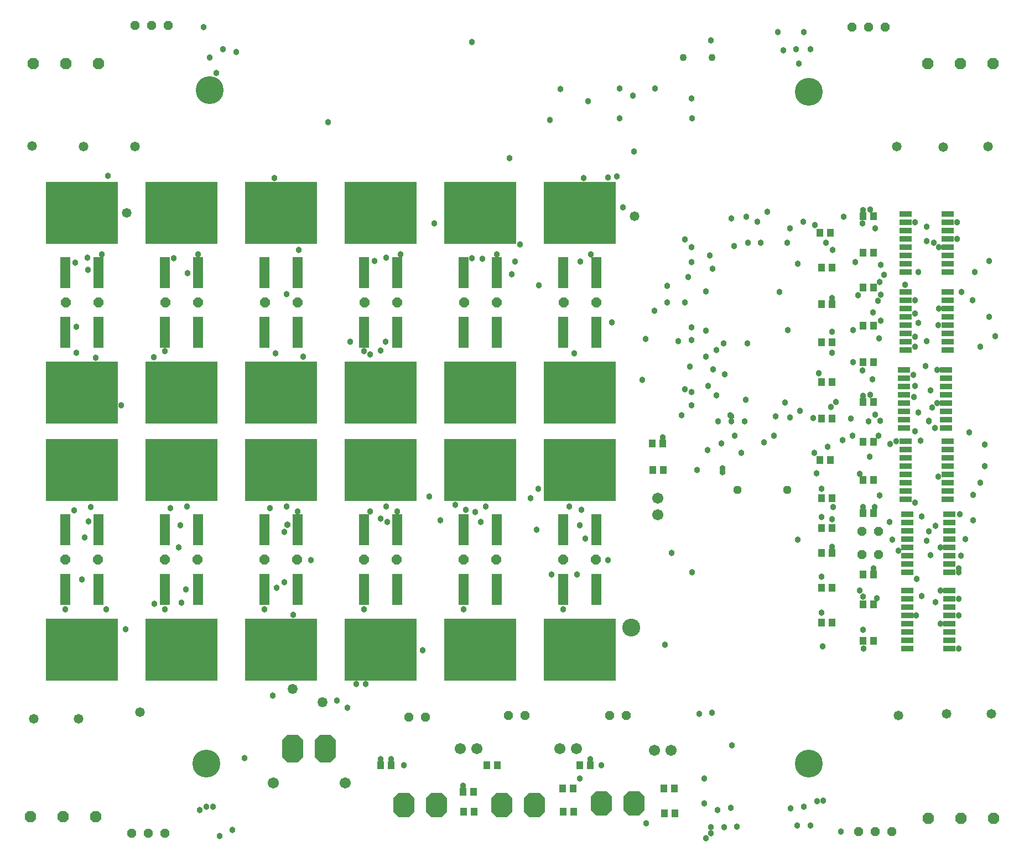
<source format=gbs>
G04 Layer_Color=16711935*
%FSAX25Y25*%
%MOIN*%
G70*
G01*
G75*
%ADD59R,0.03900X0.04600*%
%ADD69P,0.06065X8X202.5*%
%ADD70C,0.06706*%
%ADD71P,0.05737X8X202.5*%
%ADD72P,0.06278X8X177.5*%
G04:AMPARAMS|DCode=73|XSize=126.11mil|YSize=165.48mil|CornerRadius=0mil|HoleSize=0mil|Usage=FLASHONLY|Rotation=180.000|XOffset=0mil|YOffset=0mil|HoleType=Round|Shape=Octagon|*
%AMOCTAGOND73*
4,1,8,0.03153,-0.08274,-0.03153,-0.08274,-0.06306,-0.05121,-0.06306,0.05121,-0.03153,0.08274,0.03153,0.08274,0.06306,0.05121,0.06306,-0.05121,0.03153,-0.08274,0.0*
%
%ADD73OCTAGOND73*%

%ADD74P,0.05127X8X202.5*%
%ADD75C,0.04343*%
%ADD76P,0.06278X8X22.5*%
%ADD77P,0.07258X8X22.5*%
G04:AMPARAMS|DCode=78|XSize=126.11mil|YSize=145.79mil|CornerRadius=0mil|HoleSize=0mil|Usage=FLASHONLY|Rotation=0.000|XOffset=0mil|YOffset=0mil|HoleType=Round|Shape=Octagon|*
%AMOCTAGOND78*
4,1,8,-0.03153,0.07290,0.03153,0.07290,0.06306,0.04137,0.06306,-0.04137,0.03153,-0.07290,-0.03153,-0.07290,-0.06306,-0.04137,-0.06306,0.04137,-0.03153,0.07290,0.0*
%
%ADD78OCTAGOND78*%

%ADD79C,0.03800*%
%ADD80C,0.05800*%
%ADD81C,0.10800*%
%ADD82C,0.16800*%
%ADD83R,0.07808X0.03635*%
%ADD84R,0.06115X0.18910*%
%ADD85R,0.43320X0.37808*%
D59*
X0491300Y0325000D02*
D03*
X0485000D02*
D03*
X0484700Y0341000D02*
D03*
X0491000D02*
D03*
X0370700Y0131000D02*
D03*
X0377000D02*
D03*
X0377300Y0119000D02*
D03*
X0371000D02*
D03*
X0430700Y0133000D02*
D03*
X0437000D02*
D03*
X0437300Y0119000D02*
D03*
X0431000D02*
D03*
X0491700Y0133000D02*
D03*
X0498000D02*
D03*
X0498300Y0118000D02*
D03*
X0492000D02*
D03*
X0593000Y0447000D02*
D03*
X0586700D02*
D03*
X0618000Y0299000D02*
D03*
X0611700D02*
D03*
X0592000Y0468000D02*
D03*
X0585700D02*
D03*
X0618000Y0478000D02*
D03*
X0611700D02*
D03*
X0592000Y0331000D02*
D03*
X0585700D02*
D03*
X0618000Y0342000D02*
D03*
X0611700D02*
D03*
X0593000Y0308000D02*
D03*
X0586700D02*
D03*
X0618000Y0319000D02*
D03*
X0611700D02*
D03*
X0618000Y0456000D02*
D03*
X0611700D02*
D03*
X0593000Y0425000D02*
D03*
X0586700D02*
D03*
X0618000Y0435000D02*
D03*
X0611700D02*
D03*
X0593000Y0290000D02*
D03*
X0586700D02*
D03*
X0593000Y0402000D02*
D03*
X0586700D02*
D03*
X0618000Y0412000D02*
D03*
X0611700D02*
D03*
X0618000Y0262000D02*
D03*
X0611700D02*
D03*
X0593000Y0275000D02*
D03*
X0586700D02*
D03*
X0618000Y0244000D02*
D03*
X0611700D02*
D03*
X0593000Y0254000D02*
D03*
X0586700D02*
D03*
X0593000Y0378000D02*
D03*
X0586700D02*
D03*
X0618000Y0390000D02*
D03*
X0611700D02*
D03*
X0593000Y0356000D02*
D03*
X0586700D02*
D03*
X0618000Y0366000D02*
D03*
X0611700D02*
D03*
X0618000Y0222000D02*
D03*
X0611700D02*
D03*
X0593000Y0233000D02*
D03*
X0586700D02*
D03*
X0321000Y0147000D02*
D03*
X0327300D02*
D03*
X0385000D02*
D03*
X0391300D02*
D03*
X0441000D02*
D03*
X0447300D02*
D03*
D69*
X0621000Y0288000D02*
D03*
X0611000D02*
D03*
X0621000Y0274000D02*
D03*
X0611000D02*
D03*
X0193000Y0593000D02*
D03*
X0183000D02*
D03*
X0173000D02*
D03*
X0605000Y0592000D02*
D03*
X0615000D02*
D03*
X0625000D02*
D03*
X0191000Y0106000D02*
D03*
X0181000D02*
D03*
X0171000D02*
D03*
X0609000Y0107000D02*
D03*
X0619000D02*
D03*
X0629000D02*
D03*
D70*
X0488000Y0308000D02*
D03*
Y0298000D02*
D03*
X0379000Y0157000D02*
D03*
X0369000D02*
D03*
X0439000D02*
D03*
X0429000D02*
D03*
X0496000Y0156000D02*
D03*
X0486000D02*
D03*
X0299654Y0136528D02*
D03*
X0256346D02*
D03*
D71*
X0338157Y0176000D02*
D03*
X0348000D02*
D03*
X0408000Y0177000D02*
D03*
X0398157D02*
D03*
X0459157D02*
D03*
X0469000D02*
D03*
D72*
X0286000Y0185000D02*
D03*
X0268159Y0193319D02*
D03*
D73*
X0268157Y0157000D02*
D03*
X0287843D02*
D03*
D74*
X0536000Y0313000D02*
D03*
X0565921D02*
D03*
D75*
X0520661Y0573980D02*
D03*
X0503339D02*
D03*
D76*
X0330685Y0271000D02*
D03*
X0311000D02*
D03*
X0390685D02*
D03*
X0371000D02*
D03*
X0450685D02*
D03*
X0431000D02*
D03*
X0311315Y0426000D02*
D03*
X0331000D02*
D03*
X0371315D02*
D03*
X0391000D02*
D03*
X0431315D02*
D03*
X0451000D02*
D03*
X0150685Y0271000D02*
D03*
X0131000D02*
D03*
X0210685D02*
D03*
X0191000D02*
D03*
X0270685D02*
D03*
X0251000D02*
D03*
X0131315Y0426000D02*
D03*
X0151000D02*
D03*
X0191315D02*
D03*
X0211000D02*
D03*
X0251315D02*
D03*
X0271000D02*
D03*
D77*
X0651000Y0115000D02*
D03*
X0670685D02*
D03*
X0690370D02*
D03*
X0110000Y0116000D02*
D03*
X0129685D02*
D03*
X0149370D02*
D03*
X0111630Y0570000D02*
D03*
X0131315D02*
D03*
X0151000D02*
D03*
X0650630D02*
D03*
X0670315D02*
D03*
X0690000D02*
D03*
D78*
X0354685Y0123000D02*
D03*
X0335000D02*
D03*
X0413685D02*
D03*
X0394000D02*
D03*
X0473685Y0124000D02*
D03*
X0454000D02*
D03*
D79*
X0239000Y0151600D02*
D03*
X0156600Y0502400D02*
D03*
X0631800Y0342567D02*
D03*
X0263000Y0287700D02*
D03*
X0300900Y0181900D02*
D03*
X0294600Y0186000D02*
D03*
X0268300Y0237800D02*
D03*
X0621700Y0309800D02*
D03*
X0460200Y0414200D02*
D03*
X0402106Y0450700D02*
D03*
X0204735Y0443900D02*
D03*
X0144735Y0445900D02*
D03*
X0149400Y0392800D02*
D03*
X0145100Y0294000D02*
D03*
X0200200Y0291700D02*
D03*
X0441400Y0450700D02*
D03*
X0442000Y0301300D02*
D03*
X0265000Y0292000D02*
D03*
X0321000Y0295900D02*
D03*
X0654300Y0462100D02*
D03*
X0657300Y0422600D02*
D03*
X0617596Y0420200D02*
D03*
X0682200Y0317567D02*
D03*
X0652300Y0373200D02*
D03*
X0611200Y0385000D02*
D03*
X0656300Y0365600D02*
D03*
X0655000Y0350400D02*
D03*
X0615100Y0354600D02*
D03*
X0645000Y0359900D02*
D03*
X0657167Y0412567D02*
D03*
X0691300Y0405900D02*
D03*
X0655300Y0291600D02*
D03*
X0595400Y0366000D02*
D03*
X0650100Y0282500D02*
D03*
X0590399Y0339100D02*
D03*
X0593000Y0408600D02*
D03*
X0642900Y0405600D02*
D03*
X0620000Y0247900D02*
D03*
X0643800Y0237567D02*
D03*
X0593000Y0428900D02*
D03*
X0642900Y0419500D02*
D03*
X0554100Y0480900D02*
D03*
X0446000Y0547600D02*
D03*
X0548100Y0474700D02*
D03*
X0486500Y0555000D02*
D03*
X0493700Y0436000D02*
D03*
X0523200Y0397500D02*
D03*
X0264300Y0431100D02*
D03*
X0191000Y0396900D02*
D03*
X0137700Y0395700D02*
D03*
X0204300Y0303100D02*
D03*
X0447700Y0455300D02*
D03*
X0391000Y0455100D02*
D03*
X0333000D02*
D03*
X0621000Y0345900D02*
D03*
X0214200Y0592100D02*
D03*
X0628000Y0340700D02*
D03*
X0218134Y0573700D02*
D03*
X0507400Y0387622D02*
D03*
X0222071Y0564329D02*
D03*
X0528200Y0382800D02*
D03*
X0226000Y0578800D02*
D03*
X0533907Y0460000D02*
D03*
X0231803Y0108100D02*
D03*
X0481000Y0112200D02*
D03*
X0572500Y0449437D02*
D03*
X0575700Y0474900D02*
D03*
X0582700Y0472700D02*
D03*
X0516900Y0103100D02*
D03*
X0223929Y0104600D02*
D03*
X0220000Y0122200D02*
D03*
X0532700Y0159300D02*
D03*
X0589488Y0462000D02*
D03*
X0500200Y0402800D02*
D03*
X0274400Y0393500D02*
D03*
X0478600Y0379600D02*
D03*
X0566200Y0409400D02*
D03*
X0289500Y0534900D02*
D03*
X0184200Y0393300D02*
D03*
X0605800Y0390000D02*
D03*
X0258200Y0254300D02*
D03*
X0609700Y0252400D02*
D03*
X0611700Y0248800D02*
D03*
X0199500Y0278400D02*
D03*
X0586700Y0239200D02*
D03*
X0141000Y0259100D02*
D03*
X0611700Y0228800D02*
D03*
X0142806Y0284500D02*
D03*
X0611700Y0481900D02*
D03*
X0400100Y0443200D02*
D03*
X0416200Y0436500D02*
D03*
X0480800Y0404200D02*
D03*
X0321000Y0397300D02*
D03*
X0593600Y0302900D02*
D03*
X0415000Y0289000D02*
D03*
X0346400Y0216500D02*
D03*
X0312000Y0196100D02*
D03*
X0350300Y0309000D02*
D03*
X0586700Y0296900D02*
D03*
X0508412Y0459483D02*
D03*
X0563600Y0578300D02*
D03*
X0571500Y0578800D02*
D03*
X0508400Y0450600D02*
D03*
X0587803Y0125797D02*
D03*
X0608600Y0430500D02*
D03*
X0611500Y0473800D02*
D03*
X0579929Y0110900D02*
D03*
X0617500Y0379800D02*
D03*
X0508430Y0403430D02*
D03*
X0508400Y0364000D02*
D03*
X0511700Y0325200D02*
D03*
X0535800Y0110000D02*
D03*
X0531866Y0121334D02*
D03*
X0542100Y0401400D02*
D03*
X0642900Y0348567D02*
D03*
Y0305567D02*
D03*
X0647000Y0297300D02*
D03*
Y0249100D02*
D03*
X0376000Y0452824D02*
D03*
X0314800Y0394800D02*
D03*
X0196300Y0452700D02*
D03*
X0643882Y0259567D02*
D03*
X0587400Y0218700D02*
D03*
X0378000Y0299954D02*
D03*
X0434600Y0303000D02*
D03*
X0194460Y0302000D02*
D03*
X0254500D02*
D03*
X0306500Y0196100D02*
D03*
X0255900Y0189200D02*
D03*
X0520055Y0106000D02*
D03*
X0572100Y0110900D02*
D03*
X0575900Y0589100D02*
D03*
X0519904Y0584000D02*
D03*
X0532400Y0476800D02*
D03*
X0567835Y0470882D02*
D03*
X0502197Y0358063D02*
D03*
X0473800Y0517300D02*
D03*
X0521237Y0385717D02*
D03*
X0508354Y0411244D02*
D03*
X0669300Y0265900D02*
D03*
X0678000Y0294667D02*
D03*
X0616100Y0482200D02*
D03*
X0622500Y0415200D02*
D03*
X0646300Y0342800D02*
D03*
X0675800Y0347800D02*
D03*
X0429300Y0554900D02*
D03*
X0472882Y0550918D02*
D03*
X0650100Y0471800D02*
D03*
X0521100Y0446600D02*
D03*
X0517076Y0409276D02*
D03*
X0504200Y0426000D02*
D03*
X0619000Y0358600D02*
D03*
X0599299Y0343000D02*
D03*
X0658300Y0252567D02*
D03*
X0531807Y0358094D02*
D03*
X0532402Y0357500D02*
D03*
X0567700Y0356700D02*
D03*
X0581646Y0356583D02*
D03*
X0645100Y0413700D02*
D03*
X0465008Y0537200D02*
D03*
X0463200Y0502200D02*
D03*
X0650100Y0402700D02*
D03*
X0518000Y0337141D02*
D03*
X0513000Y0178300D02*
D03*
X0524500Y0354600D02*
D03*
X0526496Y0341096D02*
D03*
X0520700Y0178700D02*
D03*
X0541200Y0477900D02*
D03*
X0621600Y0438600D02*
D03*
X0620562Y0427000D02*
D03*
X0457900Y0501600D02*
D03*
X0621200Y0404600D02*
D03*
X0398800Y0513000D02*
D03*
X0593000Y0395900D02*
D03*
X0605800Y0409500D02*
D03*
X0687600Y0451300D02*
D03*
X0561200Y0432400D02*
D03*
X0519200Y0454600D02*
D03*
X0670677Y0273567D02*
D03*
X0642400Y0369200D02*
D03*
X0504200Y0373800D02*
D03*
X0508400Y0372000D02*
D03*
X0642900Y0375900D02*
D03*
X0673267Y0283600D02*
D03*
X0657400Y0459567D02*
D03*
X0605200Y0345900D02*
D03*
X0649400Y0387800D02*
D03*
X0668300Y0464600D02*
D03*
X0649900Y0463200D02*
D03*
X0622500Y0430900D02*
D03*
X0685100Y0340400D02*
D03*
X0669300Y0237567D02*
D03*
X0466900Y0483600D02*
D03*
X0565900Y0462000D02*
D03*
X0593425Y0457842D02*
D03*
X0619016Y0470724D02*
D03*
X0137014Y0450200D02*
D03*
X0458000Y0270685D02*
D03*
X0302700Y0402400D02*
D03*
X0324000D02*
D03*
X0541039Y0367400D02*
D03*
X0685100Y0327567D02*
D03*
X0506200Y0441400D02*
D03*
X0508182Y0549082D02*
D03*
X0600100Y0477700D02*
D03*
X0669300Y0217500D02*
D03*
X0493662Y0426157D02*
D03*
X0517079Y0432898D02*
D03*
X0353300Y0473900D02*
D03*
X0486100Y0421300D02*
D03*
X0271800Y0457700D02*
D03*
X0257700Y0395600D02*
D03*
X0687600Y0417567D02*
D03*
X0653500Y0362700D02*
D03*
X0609800Y0322900D02*
D03*
X0411200Y0308300D02*
D03*
X0257000Y0501000D02*
D03*
X0585000Y0383600D02*
D03*
X0658300Y0278600D02*
D03*
X0572200Y0283200D02*
D03*
X0518243Y0375843D02*
D03*
X0211000Y0455100D02*
D03*
X0604400Y0356000D02*
D03*
X0598300Y0107000D02*
D03*
X0527900Y0109800D02*
D03*
X0526900Y0323800D02*
D03*
X0532400Y0357600D02*
D03*
Y0354600D02*
D03*
X0526900Y0326300D02*
D03*
X0641882Y0382567D02*
D03*
X0642882Y0399567D02*
D03*
X0656900Y0321000D02*
D03*
X0423000Y0536300D02*
D03*
X0517100Y0393500D02*
D03*
X0527700Y0401402D02*
D03*
X0618800Y0302900D02*
D03*
X0627800Y0293900D02*
D03*
X0651500Y0288167D02*
D03*
X0593000Y0295600D02*
D03*
X0652400Y0273700D02*
D03*
X0618000Y0265900D02*
D03*
X0616000Y0370500D02*
D03*
X0629300Y0283000D02*
D03*
X0582500Y0335500D02*
D03*
X0538300D02*
D03*
X0651500Y0354900D02*
D03*
X0622100D02*
D03*
X0615600Y0333200D02*
D03*
X0624500Y0442700D02*
D03*
X0679000Y0444567D02*
D03*
X0668300Y0474600D02*
D03*
X0592394Y0363094D02*
D03*
X0573071Y0570000D02*
D03*
X0508800Y0537300D02*
D03*
X0637100Y0436835D02*
D03*
X0441000Y0139000D02*
D03*
X0611700Y0302900D02*
D03*
X0356900Y0294900D02*
D03*
X0381446Y0293900D02*
D03*
X0325000D02*
D03*
X0611867Y0217567D02*
D03*
X0573700Y0360700D02*
D03*
X0642900Y0427567D02*
D03*
X0644900Y0444600D02*
D03*
X0642900Y0474567D02*
D03*
X0324300Y0453100D02*
D03*
X0311000Y0396900D02*
D03*
X0382300Y0452400D02*
D03*
X0437700Y0395600D02*
D03*
X0366000Y0304200D02*
D03*
X0586700Y0313900D02*
D03*
X0632900Y0276600D02*
D03*
X0593000Y0278800D02*
D03*
X0651500Y0354400D02*
D03*
X0611700Y0369900D02*
D03*
X0137700Y0411461D02*
D03*
X0656300Y0385567D02*
D03*
X0153000Y0455100D02*
D03*
X0144300Y0453100D02*
D03*
X0264700Y0292000D02*
D03*
X0184600Y0244400D02*
D03*
X0203700Y0253000D02*
D03*
X0439300Y0262100D02*
D03*
X0424000D02*
D03*
X0167500Y0229300D02*
D03*
X0155800Y0241000D02*
D03*
X0622400Y0448700D02*
D03*
X0579882Y0578800D02*
D03*
X0443400Y0501200D02*
D03*
X0523200Y0370000D02*
D03*
X0583866Y0125493D02*
D03*
X0607000Y0450400D02*
D03*
X0524117Y0120083D02*
D03*
X0552100Y0341700D02*
D03*
X0658300Y0232600D02*
D03*
X0678000Y0310100D02*
D03*
X0655500Y0245400D02*
D03*
X0508740Y0263646D02*
D03*
X0520055Y0109900D02*
D03*
X0564800Y0365900D02*
D03*
X0164600Y0364000D02*
D03*
X0516118Y0139000D02*
D03*
X0568118Y0121100D02*
D03*
X0464900Y0555000D02*
D03*
X0550100Y0462000D02*
D03*
X0233882Y0577000D02*
D03*
X0542200Y0462000D02*
D03*
X0376100Y0583200D02*
D03*
X0216055Y0122100D02*
D03*
X0583700Y0323000D02*
D03*
X0416000Y0313900D02*
D03*
X0317400Y0451100D02*
D03*
X0405040Y0461100D02*
D03*
X0491000Y0344900D02*
D03*
X0279000Y0270685D02*
D03*
X0540300Y0354600D02*
D03*
X0575992Y0122100D02*
D03*
X0504200Y0464000D02*
D03*
X0560200Y0589100D02*
D03*
X0441000Y0291900D02*
D03*
X0314800Y0300200D02*
D03*
X0372300Y0301300D02*
D03*
X0444300Y0283700D02*
D03*
X0201000Y0245000D02*
D03*
X0586700Y0260800D02*
D03*
X0492300Y0219900D02*
D03*
X0263000Y0257500D02*
D03*
X0496500Y0275000D02*
D03*
X0532402Y0354583D02*
D03*
X0558900Y0357600D02*
D03*
X0670000Y0298567D02*
D03*
X0670858Y0432567D02*
D03*
X0682200Y0399600D02*
D03*
X0677800Y0427567D02*
D03*
X0669300Y0263567D02*
D03*
Y0247567D02*
D03*
X0136314Y0300900D02*
D03*
X0324300Y0303100D02*
D03*
X0331000Y0300100D02*
D03*
X0384300Y0303100D02*
D03*
X0534370Y0345900D02*
D03*
X0557992D02*
D03*
X0431000Y0241228D02*
D03*
X0131000Y0241000D02*
D03*
X0191000D02*
D03*
X0251000D02*
D03*
X0311000D02*
D03*
X0371000D02*
D03*
X0370700Y0134900D02*
D03*
X0447300Y0150900D02*
D03*
X0327300D02*
D03*
X0146300Y0302800D02*
D03*
X0271000Y0300100D02*
D03*
X0264300Y0303100D02*
D03*
X0335000Y0147000D02*
D03*
X0454000D02*
D03*
X0516118Y0124000D02*
D03*
X0321000Y0150900D02*
D03*
X0212100Y0120200D02*
D03*
D80*
X0168000Y0480000D02*
D03*
X0662000Y0178000D02*
D03*
X0633000Y0177000D02*
D03*
X0112000Y0175000D02*
D03*
X0139000D02*
D03*
X0176000Y0179000D02*
D03*
X0173000Y0520000D02*
D03*
X0142000D02*
D03*
X0111000Y0520528D02*
D03*
X0660000Y0519795D02*
D03*
X0687000Y0520028D02*
D03*
X0632000Y0520000D02*
D03*
X0474000Y0478000D02*
D03*
X0689000Y0178000D02*
D03*
D81*
X0472000Y0230000D02*
D03*
D82*
X0579000Y0148000D02*
D03*
X0216000D02*
D03*
X0579000Y0553000D02*
D03*
X0218000Y0554000D02*
D03*
D83*
X0663811Y0217567D02*
D03*
Y0222567D02*
D03*
Y0227567D02*
D03*
Y0232567D02*
D03*
Y0237567D02*
D03*
Y0242567D02*
D03*
Y0247567D02*
D03*
Y0252567D02*
D03*
X0638378D02*
D03*
Y0247567D02*
D03*
Y0242567D02*
D03*
Y0237567D02*
D03*
Y0232567D02*
D03*
Y0227567D02*
D03*
Y0222567D02*
D03*
Y0217567D02*
D03*
X0663811Y0263567D02*
D03*
Y0268567D02*
D03*
Y0273567D02*
D03*
Y0278567D02*
D03*
Y0283567D02*
D03*
Y0288567D02*
D03*
Y0293567D02*
D03*
Y0298567D02*
D03*
X0638378D02*
D03*
Y0293567D02*
D03*
Y0288567D02*
D03*
Y0283567D02*
D03*
Y0278567D02*
D03*
Y0273567D02*
D03*
Y0268567D02*
D03*
Y0263567D02*
D03*
X0662811Y0307567D02*
D03*
Y0312567D02*
D03*
Y0317567D02*
D03*
Y0322567D02*
D03*
Y0327567D02*
D03*
Y0332567D02*
D03*
Y0337567D02*
D03*
Y0342567D02*
D03*
X0637378D02*
D03*
Y0337567D02*
D03*
Y0332567D02*
D03*
Y0327567D02*
D03*
Y0322567D02*
D03*
Y0317567D02*
D03*
Y0312567D02*
D03*
Y0307567D02*
D03*
X0662811Y0444567D02*
D03*
Y0449567D02*
D03*
Y0454567D02*
D03*
Y0459567D02*
D03*
Y0464567D02*
D03*
Y0469567D02*
D03*
Y0474567D02*
D03*
Y0479567D02*
D03*
X0637378D02*
D03*
Y0474567D02*
D03*
Y0469567D02*
D03*
Y0464567D02*
D03*
Y0459567D02*
D03*
Y0454567D02*
D03*
Y0449567D02*
D03*
Y0444567D02*
D03*
X0661811Y0350567D02*
D03*
Y0355567D02*
D03*
Y0360567D02*
D03*
Y0365567D02*
D03*
Y0370567D02*
D03*
Y0375567D02*
D03*
Y0380567D02*
D03*
Y0385567D02*
D03*
X0636378D02*
D03*
Y0380567D02*
D03*
Y0375567D02*
D03*
Y0370567D02*
D03*
Y0365567D02*
D03*
Y0360567D02*
D03*
Y0355567D02*
D03*
Y0350567D02*
D03*
X0662811Y0397567D02*
D03*
Y0402567D02*
D03*
Y0407567D02*
D03*
Y0412567D02*
D03*
Y0417567D02*
D03*
Y0422567D02*
D03*
Y0427567D02*
D03*
Y0432567D02*
D03*
X0637378D02*
D03*
Y0427567D02*
D03*
Y0422567D02*
D03*
Y0417567D02*
D03*
Y0412567D02*
D03*
Y0407567D02*
D03*
Y0402567D02*
D03*
Y0397567D02*
D03*
D84*
X0331000Y0444000D02*
D03*
X0311000D02*
D03*
X0331000Y0289000D02*
D03*
X0311000D02*
D03*
X0271000D02*
D03*
X0251000D02*
D03*
X0131000Y0253000D02*
D03*
X0151000D02*
D03*
X0431000Y0408000D02*
D03*
X0451000D02*
D03*
Y0444000D02*
D03*
X0431000D02*
D03*
X0151000Y0289000D02*
D03*
X0131000D02*
D03*
X0251000Y0253000D02*
D03*
X0271000D02*
D03*
X0151000Y0444000D02*
D03*
X0131000D02*
D03*
Y0408000D02*
D03*
X0151000D02*
D03*
X0311000Y0253000D02*
D03*
X0331000D02*
D03*
X0251000Y0408000D02*
D03*
X0271000D02*
D03*
X0371000Y0253000D02*
D03*
X0391000D02*
D03*
X0371000Y0408000D02*
D03*
X0391000D02*
D03*
Y0444000D02*
D03*
X0371000D02*
D03*
X0391000Y0289000D02*
D03*
X0371000D02*
D03*
X0211000D02*
D03*
X0191000D02*
D03*
Y0253000D02*
D03*
X0211000D02*
D03*
Y0444000D02*
D03*
X0191000D02*
D03*
Y0408000D02*
D03*
X0211000D02*
D03*
X0431000Y0253000D02*
D03*
X0451000D02*
D03*
X0271000Y0444000D02*
D03*
X0251000D02*
D03*
X0451000Y0289000D02*
D03*
X0431000D02*
D03*
X0311000Y0408000D02*
D03*
X0331000D02*
D03*
D85*
X0321000Y0480024D02*
D03*
Y0325024D02*
D03*
X0261000D02*
D03*
X0141000Y0216976D02*
D03*
X0441000Y0371976D02*
D03*
Y0480024D02*
D03*
X0141000Y0325024D02*
D03*
X0261000Y0216976D02*
D03*
X0141000Y0480024D02*
D03*
Y0371976D02*
D03*
X0321000Y0216976D02*
D03*
X0261000Y0371976D02*
D03*
X0381000Y0216976D02*
D03*
Y0371976D02*
D03*
Y0480024D02*
D03*
Y0325024D02*
D03*
X0201000D02*
D03*
Y0216976D02*
D03*
Y0480024D02*
D03*
Y0371976D02*
D03*
X0441000Y0216976D02*
D03*
X0261000Y0480024D02*
D03*
X0441000Y0325024D02*
D03*
X0321000Y0371976D02*
D03*
M02*

</source>
